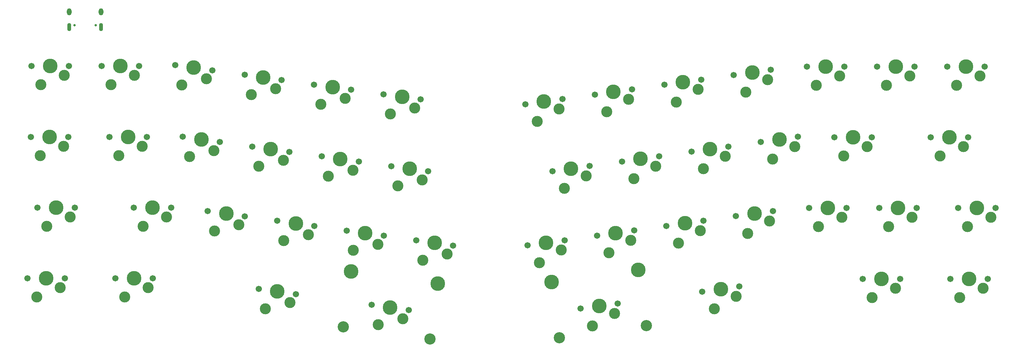
<source format=gbr>
%TF.GenerationSoftware,KiCad,Pcbnew,(5.99.0-9176-ga1730d51ff)*%
%TF.CreationDate,2021-05-08T16:46:04-05:00*%
%TF.ProjectId,prime e clone,7072696d-6520-4652-9063-6c6f6e652e6b,rev?*%
%TF.SameCoordinates,Original*%
%TF.FileFunction,Soldermask,Top*%
%TF.FilePolarity,Negative*%
%FSLAX46Y46*%
G04 Gerber Fmt 4.6, Leading zero omitted, Abs format (unit mm)*
G04 Created by KiCad (PCBNEW (5.99.0-9176-ga1730d51ff)) date 2021-05-08 16:46:04*
%MOMM*%
%LPD*%
G01*
G04 APERTURE LIST*
%ADD10C,1.701800*%
%ADD11C,3.000000*%
%ADD12C,3.987800*%
%ADD13C,3.048000*%
%ADD14C,0.650000*%
%ADD15O,1.300000X1.900000*%
%ADD16O,1.100000X2.200000*%
G04 APERTURE END LIST*
D10*
%TO.C,SW13*%
X346300000Y-100970000D03*
X336140000Y-100970000D03*
D11*
X338680000Y-106050000D03*
X345030000Y-103510000D03*
D12*
X341220000Y-100970000D03*
%TD*%
D10*
%TO.C,SW33*%
X241049438Y-146966999D03*
D12*
X246080000Y-146260000D03*
D10*
X251110562Y-145553001D03*
D11*
X250206421Y-148245031D03*
X244271718Y-151644061D03*
%TD*%
%TO.C,SW16*%
X130367720Y-125467062D03*
D10*
X128559438Y-120083001D03*
X138620562Y-121496999D03*
D11*
X137009422Y-123835530D03*
D12*
X133590000Y-120790000D03*
%TD*%
D11*
%TO.C,SW11*%
X306930000Y-103510000D03*
D12*
X303120000Y-100970000D03*
D10*
X308200000Y-100970000D03*
X298040000Y-100970000D03*
D11*
X300580000Y-106050000D03*
%TD*%
%TO.C,SW41*%
X181657720Y-171167062D03*
D10*
X179849438Y-165783001D03*
D11*
X188299422Y-169535530D03*
D12*
X184880000Y-166490000D03*
D10*
X189910562Y-167196999D03*
%TD*%
D12*
%TO.C,SW4*%
X150390000Y-103920000D03*
D10*
X155420562Y-104626999D03*
X145359438Y-103213001D03*
D11*
X153809422Y-106965530D03*
X147167720Y-108597062D03*
%TD*%
D10*
%TO.C,SW37*%
X349270000Y-139450000D03*
X339110000Y-139450000D03*
D11*
X341650000Y-144530000D03*
D12*
X344190000Y-139450000D03*
D11*
X348000000Y-141990000D03*
%TD*%
%TO.C,SW7*%
X230746421Y-112505031D03*
D10*
X221589438Y-111226999D03*
D11*
X224811718Y-115904061D03*
D10*
X231650562Y-109813001D03*
D12*
X226620000Y-110520000D03*
%TD*%
D10*
%TO.C,SW15*%
X108610000Y-120090000D03*
D12*
X113690000Y-120090000D03*
D11*
X111150000Y-125170000D03*
D10*
X118770000Y-120090000D03*
D11*
X117500000Y-122630000D03*
%TD*%
D10*
%TO.C,SW14*%
X97430000Y-120090000D03*
D12*
X92350000Y-120090000D03*
D11*
X96160000Y-122630000D03*
D10*
X87270000Y-120090000D03*
D11*
X89810000Y-125170000D03*
%TD*%
%TO.C,SW21*%
X256986421Y-128055031D03*
X251051718Y-131454061D03*
D10*
X257890562Y-125363001D03*
X247829438Y-126776999D03*
D12*
X252860000Y-126070000D03*
%TD*%
D11*
%TO.C,SW39*%
X112775000Y-163655000D03*
D10*
X110235000Y-158575000D03*
D11*
X119125000Y-161115000D03*
D10*
X120395000Y-158575000D03*
D12*
X115315000Y-158575000D03*
%TD*%
D10*
%TO.C,SW26*%
X89085000Y-139320000D03*
D11*
X91625000Y-144400000D03*
D12*
X94165000Y-139320000D03*
D10*
X99245000Y-139320000D03*
D11*
X97975000Y-141860000D03*
%TD*%
D12*
%TO.C,SW36*%
X322740000Y-139450000D03*
D10*
X317660000Y-139450000D03*
D11*
X320200000Y-144530000D03*
X326550000Y-141990000D03*
D10*
X327820000Y-139450000D03*
%TD*%
D12*
%TO.C,SW9*%
X264350000Y-105230000D03*
D11*
X262541718Y-110614061D03*
D10*
X269380562Y-104523001D03*
D11*
X268476421Y-107215031D03*
D10*
X259319438Y-105936999D03*
%TD*%
D11*
%TO.C,SW10*%
X287346421Y-104565031D03*
X281411718Y-107964061D03*
D12*
X283220000Y-102580000D03*
D10*
X278189438Y-103286999D03*
X288250562Y-101873001D03*
%TD*%
D11*
%TO.C,SW45*%
X339530000Y-163780000D03*
D12*
X342070000Y-158700000D03*
D11*
X345880000Y-161240000D03*
D10*
X336990000Y-158700000D03*
X347150000Y-158700000D03*
%TD*%
D12*
%TO.C,SW43*%
X274670000Y-161490000D03*
D10*
X269639438Y-162196999D03*
X279700562Y-160783001D03*
D11*
X278796421Y-163475031D03*
X272861718Y-166874061D03*
%TD*%
%TO.C,SW12*%
X319630000Y-106070000D03*
D10*
X317090000Y-100990000D03*
D11*
X325980000Y-103530000D03*
D12*
X322170000Y-100990000D03*
D10*
X327250000Y-100990000D03*
%TD*%
D12*
%TO.C,SW27*%
X120350000Y-139320000D03*
D11*
X117810000Y-144400000D03*
D10*
X115270000Y-139320000D03*
X125430000Y-139320000D03*
D11*
X124160000Y-141860000D03*
%TD*%
D12*
%TO.C,SW30*%
X178100000Y-146300000D03*
D11*
X174877720Y-150977062D03*
D10*
X173069438Y-145593001D03*
X183130562Y-147006999D03*
D11*
X181519422Y-149345530D03*
%TD*%
%TO.C,SW31*%
X193737720Y-153627062D03*
D12*
X196960000Y-148950000D03*
D10*
X201990562Y-149656999D03*
X191929438Y-148243001D03*
D11*
X200379422Y-151995530D03*
%TD*%
D12*
%TO.C,SW40*%
X154235000Y-162165000D03*
D11*
X151012720Y-166842062D03*
X157654422Y-165210530D03*
D10*
X149204438Y-161458001D03*
X159265562Y-162871999D03*
%TD*%
%TO.C,SW46*%
X298610000Y-139470000D03*
D12*
X303690000Y-139470000D03*
D11*
X307500000Y-142010000D03*
D10*
X308770000Y-139470000D03*
D11*
X301150000Y-144550000D03*
%TD*%
D12*
%TO.C,SW44*%
X318266038Y-158700000D03*
D10*
X323346038Y-158700000D03*
X313186038Y-158700000D03*
D11*
X315726038Y-163780000D03*
X322076038Y-161240000D03*
%TD*%
D10*
%TO.C,SW2*%
X106510000Y-100850000D03*
D11*
X115400000Y-103390000D03*
D12*
X111590000Y-100850000D03*
D10*
X116670000Y-100850000D03*
D11*
X109050000Y-105930000D03*
%TD*%
D10*
%TO.C,SW1*%
X97625000Y-100840000D03*
D12*
X92545000Y-100840000D03*
D10*
X87465000Y-100840000D03*
D11*
X90005000Y-105920000D03*
X96355000Y-103380000D03*
%TD*%
%TO.C,SW32*%
X231326421Y-150905031D03*
D10*
X232230562Y-148213001D03*
X222169438Y-149626999D03*
D12*
X227200000Y-148920000D03*
D11*
X225391718Y-154304061D03*
%TD*%
D10*
%TO.C,SW20*%
X228959438Y-129436999D03*
X239020562Y-128023001D03*
D12*
X233990000Y-128730000D03*
D11*
X238116421Y-130715031D03*
X232181718Y-134114061D03*
%TD*%
D10*
%TO.C,SW18*%
X166289438Y-125403001D03*
X176350562Y-126816999D03*
D11*
X174739422Y-129155530D03*
D12*
X171320000Y-126110000D03*
D11*
X168097720Y-130787062D03*
%TD*%
%TO.C,SW8*%
X249616421Y-109865031D03*
D10*
X240459438Y-108586999D03*
D12*
X245490000Y-107880000D03*
D11*
X243681718Y-113264061D03*
D10*
X250520562Y-107173001D03*
%TD*%
D11*
%TO.C,SW34*%
X263121718Y-148994061D03*
D12*
X264930000Y-143610000D03*
D11*
X269056421Y-145595031D03*
D10*
X269960562Y-142903001D03*
X259899438Y-144316999D03*
%TD*%
D12*
%TO.C,SW42*%
X241639538Y-166110000D03*
D11*
X239831256Y-171494061D03*
D10*
X236608976Y-166816999D03*
X246670100Y-165403001D03*
D11*
X245765959Y-168095031D03*
%TD*%
D10*
%TO.C,SW19*%
X185149438Y-128053001D03*
D12*
X190180000Y-128760000D03*
D11*
X186957720Y-133437062D03*
D10*
X195210562Y-129466999D03*
D11*
X193599422Y-131805530D03*
%TD*%
D12*
%TO.C,SW29*%
X159240000Y-143640000D03*
D10*
X164270562Y-144346999D03*
D11*
X156017720Y-148317062D03*
X162659422Y-146685530D03*
D10*
X154209438Y-142933001D03*
%TD*%
D11*
%TO.C,SW22*%
X269911718Y-128804061D03*
D10*
X276750562Y-122713001D03*
D11*
X275846421Y-125405031D03*
D12*
X271720000Y-123420000D03*
D10*
X266689438Y-124126999D03*
%TD*%
%TO.C,SW6*%
X183089438Y-108513001D03*
D11*
X184897720Y-113897062D03*
D10*
X193150562Y-109926999D03*
D11*
X191539422Y-112265530D03*
D12*
X188120000Y-109220000D03*
%TD*%
D10*
%TO.C,SW23*%
X295610562Y-120073001D03*
D11*
X288771718Y-126164061D03*
D10*
X285549438Y-121486999D03*
D11*
X294706421Y-122765031D03*
D12*
X290580000Y-120780000D03*
%TD*%
D10*
%TO.C,SW28*%
X145390562Y-141696999D03*
D11*
X143779422Y-144035530D03*
D12*
X140360000Y-140990000D03*
D10*
X135329438Y-140283001D03*
D11*
X137137720Y-145667062D03*
%TD*%
D10*
%TO.C,SW25*%
X341830000Y-120230000D03*
X331670000Y-120230000D03*
D11*
X334210000Y-125310000D03*
X340560000Y-122770000D03*
D12*
X336750000Y-120230000D03*
%TD*%
D11*
%TO.C,SW35*%
X281981718Y-146354061D03*
D12*
X283790000Y-140970000D03*
D11*
X287916421Y-142955031D03*
D10*
X278759438Y-141676999D03*
X288820562Y-140263001D03*
%TD*%
D11*
%TO.C,SW38*%
X95285000Y-161100000D03*
X88935000Y-163640000D03*
D10*
X86395000Y-158560000D03*
D12*
X91475000Y-158560000D03*
D10*
X96555000Y-158560000D03*
%TD*%
D11*
%TO.C,SW5*%
X172664422Y-109625530D03*
D10*
X174275562Y-107286999D03*
D12*
X169245000Y-106580000D03*
D10*
X164214438Y-105873001D03*
D11*
X166022720Y-111257062D03*
%TD*%
D13*
%TO.C,S1*%
X230832618Y-174714005D03*
D12*
X228711620Y-159622320D03*
D13*
X254400998Y-171401686D03*
D12*
X252280000Y-156310000D03*
%TD*%
D11*
%TO.C,SW3*%
X134939422Y-104325530D03*
D12*
X131520000Y-101280000D03*
D11*
X128297720Y-105957062D03*
D10*
X126489438Y-100573001D03*
X136550562Y-101986999D03*
%TD*%
D12*
%TO.C,S2*%
X197803064Y-159985268D03*
X174234684Y-156672948D03*
D13*
X195682066Y-175076953D03*
X172113686Y-171764634D03*
%TD*%
D12*
%TO.C,SW24*%
X310560000Y-120230000D03*
D10*
X315640000Y-120230000D03*
D11*
X314370000Y-122770000D03*
D10*
X305480000Y-120230000D03*
D11*
X308020000Y-125310000D03*
%TD*%
%TO.C,SW17*%
X149237720Y-128127062D03*
D10*
X147429438Y-122743001D03*
D12*
X152460000Y-123450000D03*
D11*
X155879422Y-126495530D03*
D10*
X157490562Y-124156999D03*
%TD*%
D14*
%TO.C,J1*%
X99170000Y-89709000D03*
X104950000Y-89709000D03*
D15*
X97760000Y-86060000D03*
D16*
X106360000Y-90260000D03*
D15*
X106360000Y-86060000D03*
D16*
X97760000Y-90260000D03*
%TD*%
M02*

</source>
